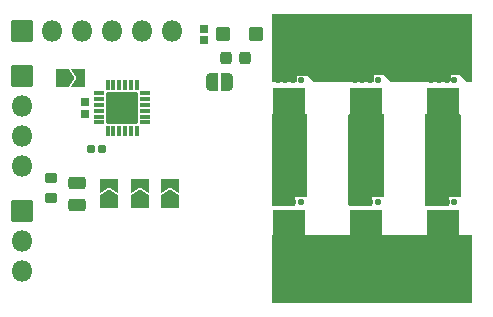
<source format=gbs>
G04 #@! TF.GenerationSoftware,KiCad,Pcbnew,6.0.1-79c1e3a40b~116~ubuntu21.04.1*
G04 #@! TF.CreationDate,2022-02-15T17:28:44-05:00*
G04 #@! TF.ProjectId,ESC_V5,4553435f-5635-42e6-9b69-6361645f7063,rev?*
G04 #@! TF.SameCoordinates,Original*
G04 #@! TF.FileFunction,Soldermask,Bot*
G04 #@! TF.FilePolarity,Negative*
%FSLAX46Y46*%
G04 Gerber Fmt 4.6, Leading zero omitted, Abs format (unit mm)*
G04 Created by KiCad (PCBNEW 6.0.1-79c1e3a40b~116~ubuntu21.04.1) date 2022-02-15 17:28:44*
%MOMM*%
%LPD*%
G01*
G04 APERTURE LIST*
G04 Aperture macros list*
%AMRoundRect*
0 Rectangle with rounded corners*
0 $1 Rounding radius*
0 $2 $3 $4 $5 $6 $7 $8 $9 X,Y pos of 4 corners*
0 Add a 4 corners polygon primitive as box body*
4,1,4,$2,$3,$4,$5,$6,$7,$8,$9,$2,$3,0*
0 Add four circle primitives for the rounded corners*
1,1,$1+$1,$2,$3*
1,1,$1+$1,$4,$5*
1,1,$1+$1,$6,$7*
1,1,$1+$1,$8,$9*
0 Add four rect primitives between the rounded corners*
20,1,$1+$1,$2,$3,$4,$5,0*
20,1,$1+$1,$4,$5,$6,$7,0*
20,1,$1+$1,$6,$7,$8,$9,0*
20,1,$1+$1,$8,$9,$2,$3,0*%
%AMFreePoly0*
4,1,16,0.535355,0.785355,0.541603,0.777735,1.041603,0.027735,1.049029,-0.009806,1.041603,-0.027735,0.541603,-0.777735,0.509806,-0.799029,0.500000,-0.800000,-0.500000,-0.800000,-0.535355,-0.785355,-0.550000,-0.750000,-0.550000,0.750000,-0.535355,0.785355,-0.500000,0.800000,0.500000,0.800000,0.535355,0.785355,0.535355,0.785355,$1*%
%AMFreePoly1*
4,1,16,0.535355,0.785355,0.550000,0.750000,0.550000,-0.750000,0.535355,-0.785355,0.500000,-0.800000,-0.650000,-0.800000,-0.685355,-0.785355,-0.700000,-0.750000,-0.691603,-0.722265,-0.210093,0.000000,-0.691603,0.722265,-0.699029,0.759806,-0.677735,0.791603,-0.650000,0.800000,0.500000,0.800000,0.535355,0.785355,0.535355,0.785355,$1*%
%AMFreePoly2*
4,1,37,0.535355,0.785355,0.550000,0.750000,0.550000,-0.750000,0.535355,-0.785355,0.500000,-0.800000,0.000000,-0.800000,-0.012524,-0.794812,-0.080857,-0.793560,-0.094851,-0.791293,-0.230166,-0.749018,-0.242962,-0.742915,-0.360972,-0.664360,-0.371540,-0.654911,-0.462760,-0.546392,-0.470252,-0.534356,-0.527347,-0.404597,-0.531159,-0.390943,-0.548742,-0.256483,-0.547388,-0.256306,-0.550000,-0.250000,
-0.550000,0.250000,-0.549522,0.251153,-0.549368,0.263802,-0.527557,0.403879,-0.523412,0.417435,-0.463164,0.545760,-0.455381,0.557609,-0.361537,0.663867,-0.350741,0.673055,-0.230846,0.748703,-0.217905,0.754492,-0.081598,0.793449,-0.067552,0.795373,-0.011991,0.795033,0.000000,0.800000,0.500000,0.800000,0.535355,0.785355,0.535355,0.785355,$1*%
%AMFreePoly3*
4,1,37,0.012350,0.794884,0.074210,0.794507,0.088231,0.792412,0.224052,0.751793,0.236921,0.745846,0.355883,0.668739,0.366566,0.659420,0.459104,0.552023,0.466742,0.540080,0.525419,0.411028,0.529398,0.397421,0.549495,0.257088,0.550000,0.250000,0.550000,-0.250000,0.549996,-0.250610,0.549847,-0.262826,0.549158,-0.270511,0.525638,-0.410312,0.521328,-0.423818,0.459516,-0.551397,
0.451589,-0.563150,0.356454,-0.668254,0.345546,-0.677309,0.224736,-0.751486,0.211726,-0.757116,0.074953,-0.794405,0.060885,-0.796158,0.011462,-0.795252,0.000000,-0.800000,-0.500000,-0.800000,-0.535355,-0.785355,-0.550000,-0.750000,-0.550000,0.750000,-0.535355,0.785355,-0.500000,0.800000,0.000000,0.800000,0.012350,0.794884,0.012350,0.794884,$1*%
G04 Aperture macros list end*
%ADD10RoundRect,0.197500X-0.172500X0.147500X-0.172500X-0.147500X0.172500X-0.147500X0.172500X0.147500X0*%
%ADD11RoundRect,0.197500X-0.147500X-0.172500X0.147500X-0.172500X0.147500X0.172500X-0.147500X0.172500X0*%
%ADD12RoundRect,0.197500X0.172500X-0.147500X0.172500X0.147500X-0.172500X0.147500X-0.172500X-0.147500X0*%
%ADD13RoundRect,0.050000X0.550000X0.550000X-0.550000X0.550000X-0.550000X-0.550000X0.550000X-0.550000X0*%
%ADD14RoundRect,0.050000X0.850000X0.850000X-0.850000X0.850000X-0.850000X-0.850000X0.850000X-0.850000X0*%
%ADD15O,1.800000X1.800000*%
%ADD16RoundRect,0.050000X-0.850000X0.850000X-0.850000X-0.850000X0.850000X-0.850000X0.850000X0.850000X0*%
%ADD17FreePoly0,0.000000*%
%ADD18FreePoly1,0.000000*%
%ADD19FreePoly0,90.000000*%
%ADD20FreePoly1,90.000000*%
%ADD21FreePoly2,180.000000*%
%ADD22FreePoly3,180.000000*%
%ADD23RoundRect,0.112500X-0.350000X-0.062500X0.350000X-0.062500X0.350000X0.062500X-0.350000X0.062500X0*%
%ADD24RoundRect,0.112500X-0.062500X-0.350000X0.062500X-0.350000X0.062500X0.350000X-0.062500X0.350000X0*%
%ADD25RoundRect,0.050000X-1.300000X-1.300000X1.300000X-1.300000X1.300000X1.300000X-1.300000X1.300000X0*%
%ADD26RoundRect,0.050000X-0.200000X-0.200000X0.200000X-0.200000X0.200000X0.200000X-0.200000X0.200000X0*%
%ADD27RoundRect,0.050000X-1.325000X1.100000X-1.325000X-1.100000X1.325000X-1.100000X1.325000X1.100000X0*%
%ADD28RoundRect,0.268750X0.218750X0.256250X-0.218750X0.256250X-0.218750X-0.256250X0.218750X-0.256250X0*%
%ADD29RoundRect,0.250000X-0.275000X0.200000X-0.275000X-0.200000X0.275000X-0.200000X0.275000X0.200000X0*%
%ADD30RoundRect,0.293750X-0.456250X0.243750X-0.456250X-0.243750X0.456250X-0.243750X0.456250X0.243750X0*%
G04 APERTURE END LIST*
D10*
X126948000Y-147732000D03*
X126948000Y-148702000D03*
D11*
X127448000Y-151702000D03*
X128418000Y-151702000D03*
D12*
X137000000Y-142485000D03*
X137000000Y-141515000D03*
D13*
X141400000Y-142000000D03*
X138600000Y-142000000D03*
D14*
X121650000Y-145540000D03*
D15*
X121650000Y-148080000D03*
X121650000Y-150620000D03*
X121650000Y-153160000D03*
D14*
X121650000Y-156970000D03*
D15*
X121650000Y-159510000D03*
X121650000Y-162050000D03*
D16*
X121650000Y-141730000D03*
D15*
X124190000Y-141730000D03*
X126730000Y-141730000D03*
X129270000Y-141730000D03*
X131810000Y-141730000D03*
X134350000Y-141730000D03*
D17*
X124998000Y-145702000D03*
D18*
X126448000Y-145702000D03*
D19*
X134168000Y-156213000D03*
D20*
X134168000Y-154763000D03*
D19*
X129025000Y-156213000D03*
D20*
X129025000Y-154763000D03*
D21*
X139000000Y-146000000D03*
D22*
X137700000Y-146000000D03*
D23*
X128170500Y-149452000D03*
X128170500Y-148952000D03*
X128170500Y-148452000D03*
X128170500Y-147952000D03*
X128170500Y-147452000D03*
X128170500Y-146952000D03*
D24*
X128858000Y-146264500D03*
X129358000Y-146264500D03*
X129858000Y-146264500D03*
X130358000Y-146264500D03*
X130858000Y-146264500D03*
X131358000Y-146264500D03*
D23*
X132045500Y-146952000D03*
X132045500Y-147452000D03*
X132045500Y-147952000D03*
X132045500Y-148452000D03*
X132045500Y-148952000D03*
X132045500Y-149452000D03*
D24*
X131358000Y-150139500D03*
X130858000Y-150139500D03*
X130358000Y-150139500D03*
X129858000Y-150139500D03*
X129358000Y-150139500D03*
X128858000Y-150139500D03*
D25*
X130108000Y-148202000D03*
D26*
X144575000Y-156175000D03*
X143275000Y-156175000D03*
X143925000Y-156175000D03*
X145225000Y-156175000D03*
D27*
X144250000Y-158075000D03*
D26*
X145225000Y-159325000D03*
X144575000Y-159325000D03*
X143925000Y-159325000D03*
X143275000Y-159325000D03*
X151075000Y-156175000D03*
X150425000Y-156175000D03*
X149775000Y-156175000D03*
X151725000Y-156175000D03*
D27*
X150750000Y-158075000D03*
D26*
X151075000Y-159325000D03*
X150425000Y-159325000D03*
X149775000Y-159325000D03*
X151725000Y-159325000D03*
X157575000Y-156175000D03*
X156925000Y-156175000D03*
X156275000Y-156175000D03*
X158225000Y-156175000D03*
X158225000Y-159325000D03*
X156925000Y-159325000D03*
D27*
X157250000Y-158075000D03*
D26*
X157575000Y-159325000D03*
X156275000Y-159325000D03*
X144575000Y-145850000D03*
X143275000Y-145850000D03*
X143925000Y-145850000D03*
X145225000Y-145850000D03*
D27*
X144250000Y-147750000D03*
D26*
X143275000Y-149000000D03*
X144575000Y-149000000D03*
X145225000Y-149000000D03*
X143925000Y-149000000D03*
X151075000Y-145835000D03*
X150425000Y-145835000D03*
X149775000Y-145835000D03*
X151725000Y-145835000D03*
X151725000Y-148985000D03*
X151075000Y-148985000D03*
X149775000Y-148985000D03*
X150425000Y-148985000D03*
D27*
X150750000Y-147735000D03*
D26*
X156275000Y-145835000D03*
X157575000Y-145835000D03*
X156925000Y-145835000D03*
X158225000Y-145835000D03*
D27*
X157250000Y-147735000D03*
D26*
X156275000Y-148985000D03*
X157575000Y-148985000D03*
X156925000Y-148985000D03*
X158225000Y-148985000D03*
D28*
X140500000Y-144000000D03*
X138925000Y-144000000D03*
D19*
X131600000Y-156213000D03*
D20*
X131600000Y-154763000D03*
D29*
X124100000Y-154162500D03*
X124100000Y-155812500D03*
D30*
X126250000Y-154562500D03*
X126250000Y-156437500D03*
G36*
X159735648Y-140264352D02*
G01*
X159750000Y-140299000D01*
X159750000Y-145951000D01*
X159735648Y-145985648D01*
X159701000Y-146000000D01*
X159220296Y-146000000D01*
X159185648Y-145985648D01*
X158606893Y-145406893D01*
X158590253Y-145400000D01*
X157909747Y-145400000D01*
X157902855Y-145402855D01*
X157900000Y-145409747D01*
X157900000Y-145951000D01*
X157885648Y-145985648D01*
X157851000Y-146000000D01*
X152820296Y-146000000D01*
X152785648Y-145985648D01*
X152206893Y-145406893D01*
X152190253Y-145400000D01*
X151409747Y-145400000D01*
X151402855Y-145402855D01*
X151400000Y-145409747D01*
X151400000Y-145951000D01*
X151385648Y-145985648D01*
X151351000Y-146000000D01*
X146320296Y-146000000D01*
X146285648Y-145985648D01*
X145806893Y-145506893D01*
X145790253Y-145500000D01*
X144909747Y-145500000D01*
X144902855Y-145502855D01*
X144900000Y-145509747D01*
X144900000Y-145951000D01*
X144885648Y-145985648D01*
X144851000Y-146000000D01*
X142799000Y-146000000D01*
X142764352Y-145985648D01*
X142750000Y-145951000D01*
X142750000Y-140299000D01*
X142764352Y-140264352D01*
X142799000Y-140250000D01*
X159701000Y-140250000D01*
X159735648Y-140264352D01*
G37*
G36*
X159735648Y-159014352D02*
G01*
X159750000Y-159049000D01*
X159750000Y-164701000D01*
X159735648Y-164735648D01*
X159701000Y-164750000D01*
X142799000Y-164750000D01*
X142764352Y-164735648D01*
X142750000Y-164701000D01*
X142750000Y-159049000D01*
X142764352Y-159014352D01*
X142799000Y-159000000D01*
X159701000Y-159000000D01*
X159735648Y-159014352D01*
G37*
G36*
X158735648Y-148764352D02*
G01*
X158750000Y-148799000D01*
X158750000Y-155701000D01*
X158735648Y-155735648D01*
X158701000Y-155750000D01*
X157759747Y-155750000D01*
X157752855Y-155752855D01*
X157750000Y-155759747D01*
X157750000Y-156451000D01*
X157735648Y-156485648D01*
X157701000Y-156500000D01*
X155799000Y-156500000D01*
X155764352Y-156485648D01*
X155750000Y-156451000D01*
X155750000Y-148799000D01*
X155764352Y-148764352D01*
X155799000Y-148750000D01*
X158701000Y-148750000D01*
X158735648Y-148764352D01*
G37*
G36*
X152235648Y-148764352D02*
G01*
X152250000Y-148799000D01*
X152250000Y-155701000D01*
X152235648Y-155735648D01*
X152201000Y-155750000D01*
X151259747Y-155750000D01*
X151252855Y-155752855D01*
X151250000Y-155759747D01*
X151250000Y-156451000D01*
X151235648Y-156485648D01*
X151201000Y-156500000D01*
X149299000Y-156500000D01*
X149264352Y-156485648D01*
X149250000Y-156451000D01*
X149250000Y-148799000D01*
X149264352Y-148764352D01*
X149299000Y-148750000D01*
X152201000Y-148750000D01*
X152235648Y-148764352D01*
G37*
G36*
X145735648Y-148764352D02*
G01*
X145750000Y-148799000D01*
X145750000Y-155701000D01*
X145735648Y-155735648D01*
X145701000Y-155750000D01*
X144759747Y-155750000D01*
X144752855Y-155752855D01*
X144750000Y-155759747D01*
X144750000Y-156451000D01*
X144735648Y-156485648D01*
X144701000Y-156500000D01*
X142799000Y-156500000D01*
X142764352Y-156485648D01*
X142750000Y-156451000D01*
X142750000Y-148799000D01*
X142764352Y-148764352D01*
X142799000Y-148750000D01*
X145701000Y-148750000D01*
X145735648Y-148764352D01*
G37*
M02*

</source>
